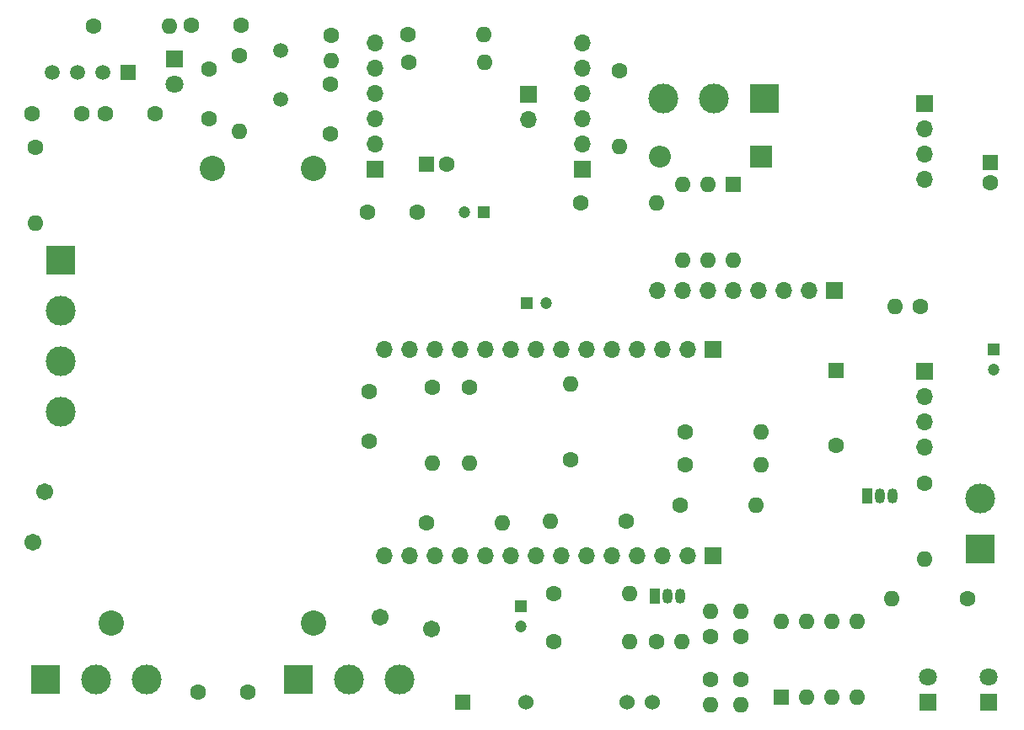
<source format=gbr>
%TF.GenerationSoftware,KiCad,Pcbnew,7.0.1*%
%TF.CreationDate,2023-09-22T18:52:24+02:00*%
%TF.ProjectId,Scheda Attivatore,53636865-6461-4204-9174-74697661746f,rev?*%
%TF.SameCoordinates,Original*%
%TF.FileFunction,Soldermask,Bot*%
%TF.FilePolarity,Negative*%
%FSLAX46Y46*%
G04 Gerber Fmt 4.6, Leading zero omitted, Abs format (unit mm)*
G04 Created by KiCad (PCBNEW 7.0.1) date 2023-09-22 18:52:24*
%MOMM*%
%LPD*%
G01*
G04 APERTURE LIST*
%ADD10R,1.700000X1.700000*%
%ADD11O,1.700000X1.700000*%
%ADD12R,1.600000X1.600000*%
%ADD13C,1.600000*%
%ADD14R,1.800000X1.800000*%
%ADD15C,1.800000*%
%ADD16O,1.600000X1.600000*%
%ADD17C,1.710000*%
%ADD18R,3.000000X3.000000*%
%ADD19C,3.000000*%
%ADD20R,1.200000X1.200000*%
%ADD21C,1.200000*%
%ADD22R,2.200000X2.200000*%
%ADD23O,2.200000X2.200000*%
%ADD24R,1.500000X1.500000*%
%ADD25C,1.500000*%
%ADD26R,1.524000X1.524000*%
%ADD27C,1.524000*%
%ADD28R,1.050000X1.500000*%
%ADD29O,1.050000X1.500000*%
%ADD30C,2.540000*%
G04 APERTURE END LIST*
D10*
%TO.C,U3_1*%
X159004000Y-72004000D03*
D11*
X159004000Y-74544000D03*
%TD*%
D12*
%TO.C,C11*%
X205400000Y-78844888D03*
D13*
X205400000Y-80844888D03*
%TD*%
D14*
%TO.C,LD3*%
X199136000Y-133096000D03*
D15*
X199136000Y-130556000D03*
%TD*%
D13*
%TO.C,MOV1*%
X125810000Y-132080000D03*
X130810000Y-132080000D03*
%TD*%
%TO.C,R17*%
X177292000Y-130810000D03*
D16*
X177292000Y-133350000D03*
%TD*%
D13*
%TO.C,R21*%
X146964400Y-68732400D03*
D16*
X154584400Y-68732400D03*
%TD*%
D10*
%TO.C,U3*%
X198755000Y-72898000D03*
D11*
X198755000Y-75438000D03*
X198755000Y-77978000D03*
X198755000Y-80518000D03*
%TD*%
D10*
%TO.C,U1*%
X177536000Y-97663000D03*
D11*
X174996000Y-97663000D03*
X172456000Y-97663000D03*
X169916000Y-97663000D03*
X167376000Y-97663000D03*
X164836000Y-97663000D03*
X162296000Y-97663000D03*
X159756000Y-97663000D03*
X157216000Y-97663000D03*
X154676000Y-97663000D03*
X152136000Y-97663000D03*
X149596000Y-97663000D03*
X147056000Y-97663000D03*
X144516000Y-97663000D03*
%TD*%
D13*
%TO.C,R25*%
X149352000Y-101473000D03*
D16*
X149352000Y-109093000D03*
%TD*%
D13*
%TO.C,R9*%
X161544000Y-122174000D03*
D16*
X169164000Y-122174000D03*
%TD*%
D12*
%TO.C,U9*%
X179578000Y-81026000D03*
D16*
X177038000Y-81026000D03*
X174498000Y-81026000D03*
X174498000Y-88646000D03*
X177038000Y-88646000D03*
X179578000Y-88646000D03*
%TD*%
D13*
%TO.C,C5*%
X139065000Y-75946000D03*
X139065000Y-70946000D03*
%TD*%
%TO.C,R19*%
X174752000Y-109220000D03*
D16*
X182372000Y-109220000D03*
%TD*%
D13*
%TO.C,R4*%
X115265200Y-65125600D03*
D16*
X122885200Y-65125600D03*
%TD*%
D13*
%TO.C,R10*%
X161544000Y-127000000D03*
D16*
X169164000Y-127000000D03*
%TD*%
D14*
%TO.C,LD2*%
X205232000Y-133096000D03*
D15*
X205232000Y-130556000D03*
%TD*%
D13*
%TO.C,R6*%
X174244000Y-113284000D03*
D16*
X181864000Y-113284000D03*
%TD*%
D13*
%TO.C,R12*%
X163195000Y-108712000D03*
D16*
X163195000Y-101092000D03*
%TD*%
D17*
%TO.C,F2*%
X109220000Y-117012400D03*
X110420000Y-111912400D03*
%TD*%
D13*
%TO.C,R24*%
X148717000Y-115062000D03*
D16*
X156337000Y-115062000D03*
%TD*%
D13*
%TO.C,R5*%
X198374000Y-93345000D03*
D16*
X195834000Y-93345000D03*
%TD*%
D13*
%TO.C,R16*%
X177292000Y-126492000D03*
D16*
X177292000Y-123952000D03*
%TD*%
D18*
%TO.C,CN3*%
X135890000Y-130810000D03*
D19*
X140970000Y-130810000D03*
X146050000Y-130810000D03*
%TD*%
D13*
%TO.C,R2*%
X139192000Y-66040000D03*
D16*
X139192000Y-68580000D03*
%TD*%
D14*
%TO.C,LD1*%
X123444000Y-68453000D03*
D15*
X123444000Y-70993000D03*
%TD*%
D17*
%TO.C,F1*%
X149225000Y-125730000D03*
X144125000Y-124530000D03*
%TD*%
D13*
%TO.C,R11*%
X171831000Y-127000000D03*
D16*
X174371000Y-127000000D03*
%TD*%
D18*
%TO.C,CN5*%
X110490000Y-130810000D03*
D19*
X115570000Y-130810000D03*
X120650000Y-130810000D03*
%TD*%
D13*
%TO.C,R15*%
X180340000Y-126521000D03*
D16*
X180340000Y-123981000D03*
%TD*%
D20*
%TO.C,C13*%
X205740000Y-97663000D03*
D21*
X205740000Y-99663000D03*
%TD*%
D13*
%TO.C,R20*%
X174752000Y-105918000D03*
D16*
X182372000Y-105918000D03*
%TD*%
D10*
%TO.C,U1_1*%
X177546000Y-118364000D03*
D11*
X175006000Y-118364000D03*
X172466000Y-118364000D03*
X169926000Y-118364000D03*
X167386000Y-118364000D03*
X164846000Y-118364000D03*
X162306000Y-118364000D03*
X159766000Y-118364000D03*
X157226000Y-118364000D03*
X154686000Y-118364000D03*
X152146000Y-118364000D03*
X149606000Y-118364000D03*
X147066000Y-118364000D03*
X144526000Y-118364000D03*
%TD*%
D22*
%TO.C,D1*%
X182372000Y-78232000D03*
D23*
X172212000Y-78232000D03*
%TD*%
D13*
%TO.C,R26*%
X153035000Y-101473000D03*
D16*
X153035000Y-109093000D03*
%TD*%
D18*
%TO.C,CN1*%
X112014000Y-88646000D03*
D19*
X112014000Y-93726000D03*
X112014000Y-98806000D03*
X112014000Y-103886000D03*
%TD*%
D13*
%TO.C,R14*%
X168148000Y-69596000D03*
D16*
X168148000Y-77216000D03*
%TD*%
D10*
%TO.C,U4_1*%
X189723000Y-91694000D03*
D11*
X187183000Y-91694000D03*
X184643000Y-91694000D03*
X182103000Y-91694000D03*
X179563000Y-91694000D03*
X177023000Y-91694000D03*
X174483000Y-91694000D03*
X171943000Y-91694000D03*
%TD*%
D24*
%TO.C,U8*%
X118745000Y-69747500D03*
D25*
X116205000Y-69747500D03*
X113665000Y-69747500D03*
X111125000Y-69747500D03*
%TD*%
D13*
%TO.C,R22*%
X146913600Y-65989200D03*
D16*
X154533600Y-65989200D03*
%TD*%
D18*
%TO.C,CN4*%
X182680000Y-72400000D03*
D19*
X177600000Y-72400000D03*
X172520000Y-72400000D03*
%TD*%
D12*
%TO.C,SW1*%
X184404000Y-132588000D03*
D16*
X186944000Y-132588000D03*
X189484000Y-132588000D03*
X192024000Y-132588000D03*
X192024000Y-124968000D03*
X189484000Y-124968000D03*
X186944000Y-124968000D03*
X184404000Y-124968000D03*
%TD*%
D13*
%TO.C,R23*%
X168783000Y-114935000D03*
D16*
X161163000Y-114935000D03*
%TD*%
D18*
%TO.C,CN2*%
X204343000Y-117729000D03*
D19*
X204343000Y-112649000D03*
%TD*%
D13*
%TO.C,C6*%
X126873000Y-74422000D03*
X126873000Y-69422000D03*
%TD*%
%TO.C,R1*%
X129921000Y-68072000D03*
D16*
X129921000Y-75692000D03*
%TD*%
D20*
%TO.C,C12*%
X158242000Y-123487401D03*
D21*
X158242000Y-125487401D03*
%TD*%
D10*
%TO.C,U2_1*%
X164400000Y-79500000D03*
D11*
X164400000Y-76960000D03*
X164400000Y-74420000D03*
X164400000Y-71880000D03*
X164400000Y-69340000D03*
X164400000Y-66800000D03*
%TD*%
D25*
%TO.C,Y1*%
X134112000Y-72444000D03*
X134112000Y-67564000D03*
%TD*%
D13*
%TO.C,C4*%
X125095000Y-65024000D03*
X130095000Y-65024000D03*
%TD*%
D26*
%TO.C,RL1*%
X152400000Y-133096000D03*
D27*
X158750000Y-133096000D03*
X168910000Y-133096000D03*
X171450000Y-133096000D03*
%TD*%
D13*
%TO.C,R13*%
X164230000Y-82900000D03*
D16*
X171850000Y-82900000D03*
%TD*%
D13*
%TO.C,C9*%
X143002000Y-106894000D03*
X143002000Y-101894000D03*
%TD*%
%TO.C,R18*%
X180340000Y-130781000D03*
D16*
X180340000Y-133321000D03*
%TD*%
D12*
%TO.C,C10*%
X148750000Y-78994000D03*
D13*
X150750000Y-78994000D03*
%TD*%
D10*
%TO.C,U4*%
X198780400Y-99822000D03*
D11*
X198780400Y-102362000D03*
X198780400Y-104902000D03*
X198780400Y-107442000D03*
%TD*%
D28*
%TO.C,T1*%
X193040000Y-112395000D03*
D29*
X194310000Y-112395000D03*
X195580000Y-112395000D03*
%TD*%
D13*
%TO.C,R7*%
X198755000Y-111125000D03*
D16*
X198755000Y-118745000D03*
%TD*%
D30*
%TO.C,U10*%
X117094000Y-125145800D03*
X137414000Y-125145800D03*
X127254000Y-79425800D03*
X137414000Y-79425800D03*
%TD*%
D20*
%TO.C,C2*%
X154515600Y-83820000D03*
D21*
X152515600Y-83820000D03*
%TD*%
D10*
%TO.C,U2*%
X143600000Y-79550000D03*
D11*
X143600000Y-77010000D03*
X143600000Y-74470000D03*
X143600000Y-71930000D03*
X143600000Y-69390000D03*
X143600000Y-66850000D03*
%TD*%
D13*
%TO.C,C7*%
X121500000Y-73900000D03*
X116500000Y-73900000D03*
%TD*%
%TO.C,C8*%
X114150000Y-73900000D03*
X109150000Y-73900000D03*
%TD*%
D20*
%TO.C,C1*%
X158793401Y-92964000D03*
D21*
X160793401Y-92964000D03*
%TD*%
D12*
%TO.C,BZ1*%
X189865000Y-99715000D03*
D13*
X189865000Y-107315000D03*
%TD*%
%TO.C,R3*%
X109474000Y-77343000D03*
D16*
X109474000Y-84963000D03*
%TD*%
D13*
%TO.C,C3*%
X147828000Y-83820000D03*
X142828000Y-83820000D03*
%TD*%
D28*
%TO.C,T2*%
X171704000Y-122428000D03*
D29*
X172974000Y-122428000D03*
X174244000Y-122428000D03*
%TD*%
D13*
%TO.C,R8*%
X203073000Y-122682000D03*
D16*
X195453000Y-122682000D03*
%TD*%
M02*

</source>
